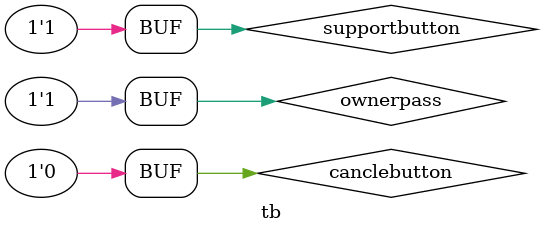
<source format=v>
`timescale 1ns / 1ps

module tb;

	// Inputs
	reg canclebutton;
	reg supportbutton;
	reg ownerpass;

	main uut (
		.canclebutton(canclebutton), 
		.supportbutton(supportbutton), 
		.ownerpass(ownerpass)
	);

	initial begin
		canclebutton = 0;
		supportbutton = 1;
		ownerpass = 001101;

		#100;
        

	end
      
endmodule


</source>
